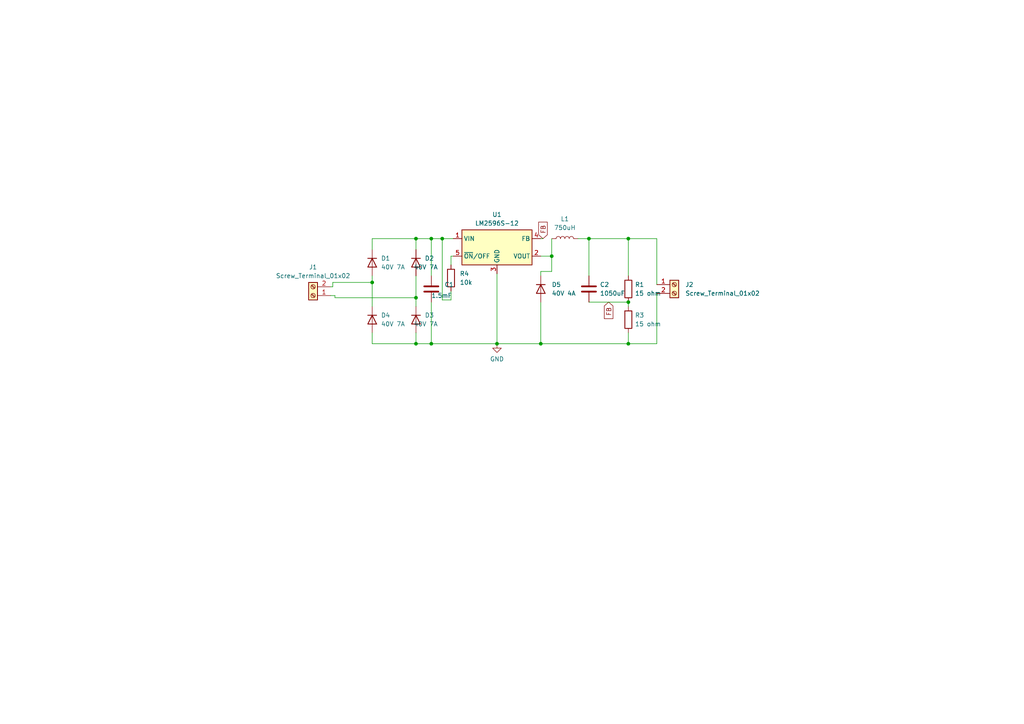
<source format=kicad_sch>
(kicad_sch (version 20250114) (generator "eeschema") (generator_version "9.0")
  (paper "A4")
  (lib_symbols
    (symbol "Connector:Screw_Terminal_01x02" (pin_names (offset 1.016) (hide yes))
      (property "Reference" "J" (at 0 2.54 0))
      (property "Value" "Screw_Terminal_01x02" (at 0 -5.08 0))
      (symbol "Screw_Terminal_01x02_1_1"
        (rectangle (start -1.27 1.27) (end 1.27 -3.81) (stroke (width 0.254)) (fill (type background)))
        (polyline (pts (xy -0.5334 0.3302) (xy 0.3302 -0.508)) (stroke (width 0.1524)))
        (polyline (pts (xy -0.5334 -2.2098) (xy 0.3302 -3.048)) (stroke (width 0.1524)))
        (polyline (pts (xy -0.3556 0.508) (xy 0.508 -0.3302)) (stroke (width 0.1524)))
        (polyline (pts (xy -0.3556 -2.032) (xy 0.508 -2.8702)) (stroke (width 0.1524)))
        (circle (center 0 0) (radius 0.635) (stroke (width 0.1524)))
        (circle (center 0 -2.54) (radius 0.635) (stroke (width 0.1524)))
        (pin passive line (at -5.08 0 0) (length 3.81) (name "Pin_1") (number "1"))
        (pin passive line (at -5.08 -2.54 0) (length 3.81) (name "Pin_2") (number "2"))
      )
    )
    (symbol "D_1" (pin_numbers (hide yes)) (pin_names (offset 1.016) (hide yes))
      (property "Reference" "D2" (at -1.2701 2.54 90))
      (property "Value" "40V 7A" (at 1.2699 -0.635 90))
      (symbol "D_1_0_1"
        (polyline (pts (xy -1.27 1.27) (xy -1.27 -1.27)) (stroke (width 0.254)))
        (polyline (pts (xy 1.27 1.27) (xy 1.27 -1.27) (xy -1.27 0) (xy 1.27 1.27)) (stroke (width 0.254)))
        (polyline (pts (xy 1.27 0) (xy -1.27 0)))
      )
      (symbol "D_1_1_1"
        (pin power_out line (at -3.81 0 0) (length 2.54) (name "K") (number "1"))
        (pin passive line (at 3.81 0 180) (length 2.54) (name "A") (number "2"))
      )
    )
    (symbol "Device:C" (pin_numbers (hide yes)) (pin_names (offset 0.254))
      (property "Reference" "C" (at 0.635 2.54 0))
      (property "Value" "C" (at 0.635 -2.54 0))
      (symbol "C_0_1"
        (polyline (pts (xy -2.032 0.762) (xy 2.032 0.762)) (stroke (width 0.508)))
        (polyline (pts (xy -2.032 -0.762) (xy 2.032 -0.762)) (stroke (width 0.508)))
      )
      (symbol "C_1_1"
        (pin passive line (at 0 3.81 270) (length 2.794) (name "~") (number "1"))
        (pin passive line (at 0 -3.81 90) (length 2.794) (name "~") (number "2"))
      )
    )
    (symbol "Device:D" (pin_numbers (hide yes)) (pin_names (offset 1.016) (hide yes))
      (property "Reference" "D" (at 0 2.54 0))
      (property "Value" "D" (at 0 -2.54 0))
      (symbol "D_0_1"
        (polyline (pts (xy -1.27 1.27) (xy -1.27 -1.27)) (stroke (width 0.254)))
        (polyline (pts (xy 1.27 1.27) (xy 1.27 -1.27) (xy -1.27 0) (xy 1.27 1.27)) (stroke (width 0.254)))
        (polyline (pts (xy 1.27 0) (xy -1.27 0)))
      )
      (symbol "D_1_1"
        (pin passive line (at -3.81 0 0) (length 2.54) (name "K") (number "1"))
        (pin passive line (at 3.81 0 180) (length 2.54) (name "A") (number "2"))
      )
    )
    (symbol "Device:L" (pin_numbers (hide yes)) (pin_names (offset 1.016) (hide yes))
      (property "Reference" "L" (at -1.27 0 90))
      (property "Value" "L" (at 1.905 0 90))
      (symbol "L_0_1"
        (arc (start 0 2.54) (mid 0.6323 1.905) (end 0 1.27))
        (arc (start 0 1.27) (mid 0.6323 0.635) (end 0 0))
        (arc (start 0 0) (mid 0.6323 -0.635) (end 0 -1.27))
        (arc (start 0 -1.27) (mid 0.6323 -1.905) (end 0 -2.54))
      )
      (symbol "L_1_1"
        (pin passive line (at 0 3.81 270) (length 1.27) (name "1") (number "1"))
        (pin passive line (at 0 -3.81 90) (length 1.27) (name "2") (number "2"))
      )
    )
    (symbol "Device:R" (pin_numbers (hide yes)) (pin_names (offset 0))
      (property "Reference" "R" (at 2.032 0 90))
      (property "Value" "R" (at 0 0 90))
      (symbol "R_0_1"
        (rectangle (start -1.016 -2.54) (end 1.016 2.54) (stroke (width 0.254)))
      )
      (symbol "R_1_1"
        (pin passive line (at 0 3.81 270) (length 1.27) (name "~") (number "1"))
        (pin passive line (at 0 -3.81 90) (length 1.27) (name "~") (number "2"))
      )
    )
    (symbol "Regulator_Switching:LM2596S-12"
      (property "Reference" "U1" (at 0 9.525 0))
      (property "Value" "LM2596S-12" (at 0 6.985 0))
      (symbol "LM2596S-12_0_1"
        (rectangle (start -10.16 5.08) (end 10.16 -5.08) (stroke (width 0.254)) (fill (type background)))
      )
      (symbol "LM2596S-12_1_1"
        (pin power_in line (at -12.7 2.54 0) (length 2.54) (name "VIN") (number "1"))
        (pin input line (at -12.7 -2.54 0) (length 2.54) (name "~{ON}/OFF") (number "5"))
        (pin power_out line (at 0 -7.62 90) (length 2.54) (name "GND") (number "3"))
        (pin input line (at 12.7 2.54 180) (length 2.54) (name "FB") (number "4"))
        (pin power_out line (at 12.7 -2.54 180) (length 2.54) (name "VOUT") (number "2"))
      )
    )
    (symbol "power:GND" (power) (pin_numbers (hide yes)) (pin_names (offset 0) (hide yes))
      (property "Value" "GND" (at 0 -3.81 0))
      (symbol "GND_0_1"
        (polyline (pts (xy 0 0) (xy 0 -1.27) (xy 1.27 -1.27) (xy 0 -2.54) (xy -1.27 -1.27) (xy 0 -1.27)))
      )
      (symbol "GND_1_1"
        (pin power_in line (at 0 0 270) (length 0) (name "~") (number "1"))
      )
    )
  )
  (junction (at 160.02 74.295))
  (junction (at 107.95 81.915))
  (junction (at 182.245 99.695))
  (junction (at 125.095 99.695))
  (junction (at 182.245 69.215))
  (junction (at 128.27 69.215))
  (junction (at 144.145 99.695))
  (junction (at 120.65 86.36))
  (junction (at 170.815 69.215))
  (junction (at 125.095 69.215))
  (junction (at 120.65 99.695))
  (junction (at 120.65 69.215))
  (junction (at 156.845 99.695))
  (junction (at 182.245 87.63))
  (wire (pts (xy 96.52 81.915) (xy 96.52 83.185)))
  (wire (pts (xy 96.52 83.185) (xy 95.885 83.185)))
  (wire (pts (xy 156.845 99.695) (xy 182.245 99.695)))
  (wire (pts (xy 120.65 69.215) (xy 120.65 72.39)))
  (wire (pts (xy 182.245 96.52) (xy 182.245 99.695)))
  (wire (pts (xy 182.245 69.215) (xy 170.815 69.215)))
  (wire (pts (xy 156.845 69.215) (xy 157.48 69.215)))
  (wire (pts (xy 160.02 78.74) (xy 160.02 74.295)))
  (wire (pts (xy 128.27 69.215) (xy 128.27 86.995)))
  (wire (pts (xy 97.155 85.725) (xy 95.885 85.725)))
  (wire (pts (xy 156.845 87.63) (xy 156.845 99.695)))
  (wire (pts (xy 170.815 69.215) (xy 167.64 69.215)))
  (wire (pts (xy 97.155 86.36) (xy 97.155 85.725)))
  (wire (pts (xy 120.65 86.36) (xy 120.65 88.9)))
  (wire (pts (xy 120.65 96.52) (xy 120.65 99.695)))
  (wire (pts (xy 97.155 86.36) (xy 120.65 86.36)))
  (wire (pts (xy 107.95 81.915) (xy 107.95 88.9)))
  (wire (pts (xy 107.95 80.01) (xy 107.95 81.915)))
  (wire (pts (xy 182.245 80.01) (xy 182.245 69.215)))
  (wire (pts (xy 170.815 87.63) (xy 182.245 87.63)))
  (wire (pts (xy 156.845 78.74) (xy 156.845 80.01)))
  (wire (pts (xy 182.245 99.695) (xy 190.5 99.695)))
  (wire (pts (xy 156.845 78.74) (xy 160.02 78.74)))
  (wire (pts (xy 130.81 74.295) (xy 130.81 76.835)))
  (wire (pts (xy 125.095 87.63) (xy 125.095 99.695)))
  (wire (pts (xy 107.95 69.215) (xy 107.95 72.39)))
  (wire (pts (xy 190.5 85.09) (xy 190.5 99.695)))
  (wire (pts (xy 107.95 99.695) (xy 107.95 96.52)))
  (wire (pts (xy 156.845 74.295) (xy 160.02 74.295)))
  (wire (pts (xy 125.095 69.215) (xy 128.27 69.215)))
  (wire (pts (xy 160.02 74.295) (xy 160.02 69.215)))
  (wire (pts (xy 130.81 84.455) (xy 130.81 86.995)))
  (wire (pts (xy 131.445 74.295) (xy 130.81 74.295)))
  (wire (pts (xy 120.65 69.215) (xy 125.095 69.215)))
  (wire (pts (xy 170.815 80.01) (xy 170.815 69.215)))
  (wire (pts (xy 144.145 99.695) (xy 156.845 99.695)))
  (wire (pts (xy 96.52 81.915) (xy 107.95 81.915)))
  (wire (pts (xy 128.27 69.215) (xy 131.445 69.215)))
  (wire (pts (xy 130.81 86.995) (xy 128.27 86.995)))
  (wire (pts (xy 107.95 99.695) (xy 120.65 99.695)))
  (wire (pts (xy 144.145 79.375) (xy 144.145 99.695)))
  (wire (pts (xy 190.5 82.55) (xy 190.5 69.215)))
  (wire (pts (xy 107.95 69.215) (xy 120.65 69.215)))
  (wire (pts (xy 120.65 99.695) (xy 125.095 99.695)))
  (wire (pts (xy 190.5 69.215) (xy 182.245 69.215)))
  (wire (pts (xy 120.65 80.01) (xy 120.65 86.36)))
  (wire (pts (xy 182.245 87.63) (xy 182.245 88.9)))
  (wire (pts (xy 125.095 99.695) (xy 144.145 99.695)))
  (wire (pts (xy 125.095 80.01) (xy 125.095 69.215)))
  (global_label "FB" (shape input) (at 157.48 69.215 90) (property "Intersheetrefs" "${INTERSHEET_REFS}" (effects (hide yes))))
  (global_label "FB" (shape input) (at 176.53 87.63 270) (property "Intersheetrefs" "${INTERSHEET_REFS}" (effects (hide yes))))
  (symbol (lib_id "Device:R") (at 182.245 83.82 0) (unit 1)
    (property "Reference" "R1" (at 184.15 82.5499 0) (effects (justify left)))
    (property "Value" "15 ohm" (at 184.15 85.0899 0) (effects (justify left)))
    (property "Footprint" "Resistor_SMD:R_0201_0603Metric" (effects (hide yes)))
    (property "Description" "Resistor" (effects (hide yes)))
  )
  (symbol (lib_name "D_1") (lib_id "Device:D") (at 120.65 76.2 270) (unit 1)
    (property "Reference" "D2" (at 123.19 74.9299 90) (effects (justify left)))
    (property "Value" "40V 7A" (at 120.015 77.4699 90) (effects (justify left)))
    (property "Footprint" "Diode_THT:D_A-405_P7.62mm_Horizontal" (effects (hide yes)))
    (property "Description" "Diode" (effects (hide yes)))
    (property "Sim.Device" "D" (effects (hide yes)))
    (property "Sim.Pins" "1=K 2=A" (effects (hide yes)))
  )
  (symbol (lib_id "Connector:Screw_Terminal_01x02") (at 195.58 82.55 0) (unit 1)
    (property "Reference" "J2" (at 198.755 82.5499 0) (effects (justify left)))
    (property "Value" "Screw_Terminal_01x02" (at 198.755 85.0899 0) (effects (justify left)))
    (property "Footprint" "TerminalBlock_Phoenix:TerminalBlock_Phoenix_MKDS-1,5-2_1x02_P5.00mm_Horizontal" (effects (hide yes)))
    (property "Description" "Generic screw terminal, single row, 01x02, script generated (kicad-library-utils/schlib/autogen/connector/)" (effects (hide yes)))
  )
  (symbol (lib_id "Device:D") (at 107.95 92.71 270) (unit 1)
    (property "Reference" "D4" (at 110.49 91.4399 90) (effects (justify left)))
    (property "Value" "40V 7A" (at 110.49 93.9799 90) (effects (justify left)))
    (property "Footprint" "Diode_THT:D_A-405_P7.62mm_Horizontal" (effects (hide yes)))
    (property "Description" "Diode" (effects (hide yes)))
    (property "Sim.Device" "D" (effects (hide yes)))
    (property "Sim.Pins" "1=K 2=A" (effects (hide yes)))
  )
  (symbol (lib_id "Device:C") (at 125.095 83.82 0) (unit 1)
    (property "Reference" "C1" (at 128.905 82.5499 0) (effects (justify left)))
    (property "Value" "1.5mF" (at 125.095 85.725 0) (effects (justify left)))
    (property "Footprint" "Capacitor_THT:C_Radial_D12.5mm_H20.0mm_P5.00mm" (effects (hide yes)))
    (property "Description" "Unpolarized capacitor" (effects (hide yes)))
  )
  (symbol (lib_id "Device:D") (at 156.845 83.82 270) (unit 1)
    (property "Reference" "D5" (at 160.02 82.5499 90) (effects (justify left)))
    (property "Value" "40V 4A" (at 160.02 85.0899 90) (effects (justify left)))
    (property "Footprint" "Diode_THT:D_A-405_P7.62mm_Horizontal" (effects (hide yes)))
    (property "Description" "Diode" (effects (hide yes)))
    (property "Sim.Device" "D" (effects (hide yes)))
    (property "Sim.Pins" "1=K 2=A" (effects (hide yes)))
  )
  (symbol (lib_id "Connector:Screw_Terminal_01x02") (at 90.805 85.725 180) (unit 1)
    (property "Reference" "J1" (at 90.805 77.47 0))
    (property "Value" "Screw_Terminal_01x02" (at 90.805 80.01 0))
    (property "Footprint" "TerminalBlock_Phoenix:TerminalBlock_Phoenix_MKDS-1,5-2_1x02_P5.00mm_Horizontal" (effects (hide yes)))
    (property "Description" "Generic screw terminal, single row, 01x02, script generated (kicad-library-utils/schlib/autogen/connector/)" (effects (hide yes)))
  )
  (symbol (lib_id "Device:R") (at 130.81 80.645 0) (unit 1)
    (property "Reference" "R4" (at 133.35 79.3749 0) (effects (justify left)))
    (property "Value" "10k" (at 133.35 81.9149 0) (effects (justify left)))
    (property "Footprint" "Resistor_SMD:R_0201_0603Metric" (effects (hide yes)))
    (property "Description" "Resistor" (effects (hide yes)))
  )
  (symbol (lib_id "Device:L") (at 163.83 69.215 90) (unit 1)
    (property "Reference" "L1" (at 163.83 63.5 90))
    (property "Value" "750uH" (at 163.83 66.04 90))
    (property "Footprint" "Inductor_SMD:L_0201_0603Metric" (effects (hide yes)))
    (property "Description" "Inductor" (effects (hide yes)))
  )
  (symbol (lib_id "Regulator_Switching:LM2596S-12") (at 144.145 71.755 0) (unit 1)
    (property "Reference" "U1" (at 144.145 62.23 0))
    (property "Value" "LM2596S-12" (at 144.145 64.77 0))
    (property "Footprint" "Package_TO_SOT_SMD:TO-263-5_TabPin3" (effects (hide yes)))
    (property "Datasheet" "http://www.ti.com/lit/ds/symlink/lm2596.pdf" (effects (hide yes)))
    (property "Description" "12V 3A Step-Down Voltage Regulator, TO-263" (effects (hide yes)))
  )
  (symbol (lib_id "Device:R") (at 182.245 92.71 0) (unit 1)
    (property "Reference" "R3" (at 184.15 91.4399 0) (effects (justify left)))
    (property "Value" "15 ohm" (at 184.15 93.9799 0) (effects (justify left)))
    (property "Footprint" "Resistor_SMD:R_0201_0603Metric" (effects (hide yes)))
    (property "Description" "Resistor" (effects (hide yes)))
  )
  (symbol (lib_id "Device:D") (at 120.65 92.71 270) (unit 1)
    (property "Reference" "D3" (at 123.19 91.4399 90) (effects (justify left)))
    (property "Value" "40V 7A" (at 120.015 93.9799 90) (effects (justify left)))
    (property "Footprint" "Diode_THT:D_A-405_P7.62mm_Horizontal" (effects (hide yes)))
    (property "Description" "Diode" (effects (hide yes)))
    (property "Sim.Device" "D" (effects (hide yes)))
    (property "Sim.Pins" "1=K 2=A" (effects (hide yes)))
  )
  (symbol (lib_id "power:GND") (at 144.145 99.695 0) (unit 1)
    (property "Reference" "#PWR01" (effects (hide yes)))
    (property "Value" "GND" (at 144.145 104.14 0))
    (property "Description" "Power symbol creates a global label with name \"GND\" , ground" (effects (hide yes)))
  )
  (symbol (lib_id "Device:C") (at 170.815 83.82 0) (unit 1)
    (property "Reference" "C2" (at 173.99 82.5499 0) (effects (justify left)))
    (property "Value" "1050uF" (at 173.99 85.0899 0) (effects (justify left)))
    (property "Footprint" "Capacitor_THT:C_Radial_D10.0mm_H12.5mm_P5.00mm" (effects (hide yes)))
    (property "Description" "Unpolarized capacitor" (effects (hide yes)))
  )
  (symbol (lib_id "Device:D") (at 107.95 76.2 270) (unit 1)
    (property "Reference" "D1" (at 110.49 74.9299 90) (effects (justify left)))
    (property "Value" "40V 7A" (at 110.49 77.4699 90) (effects (justify left)))
    (property "Footprint" "Diode_THT:D_A-405_P7.62mm_Horizontal" (effects (hide yes)))
    (property "Description" "Diode" (effects (hide yes)))
    (property "Sim.Device" "D" (effects (hide yes)))
    (property "Sim.Pins" "1=K 2=A" (effects (hide yes)))
  )
)
</source>
